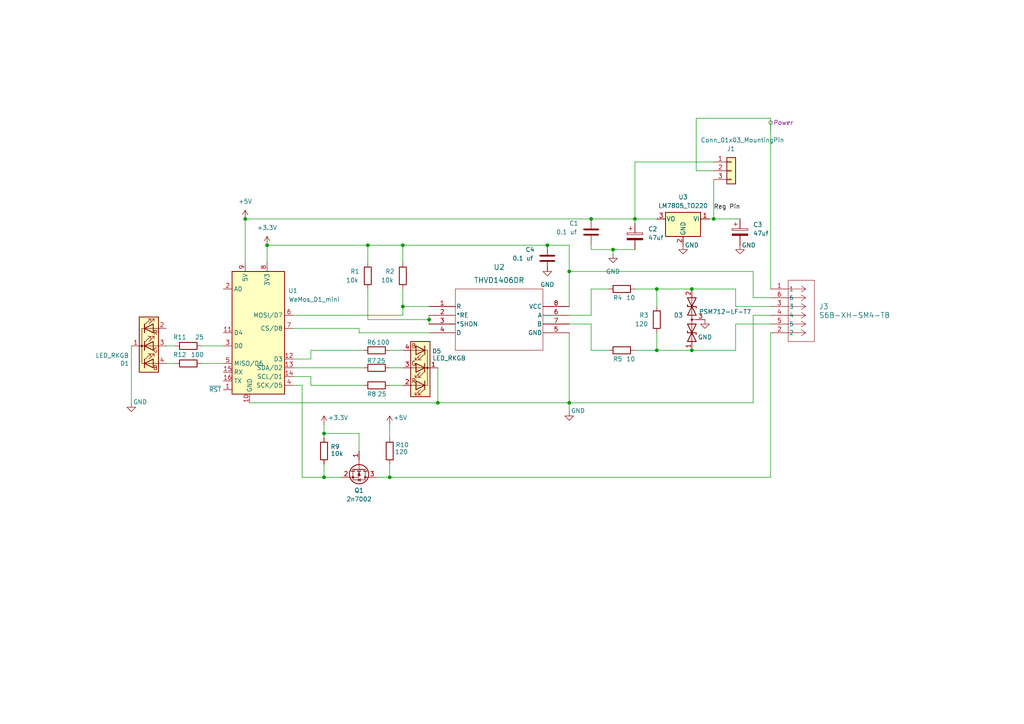
<source format=kicad_sch>
(kicad_sch (version 20231120) (generator "eeschema") (generator_version "8.0")
  (paper "A4")
  (lib_symbols
    (symbol "2025-01-31_21-26-30:THVD1406DR" (pin_names (offset 0.254))
      (property "Reference" "U2" (at 20.32 11.43 0))
      (property "Value" "THVD1406DR" (at 20.32 7.62 0))
      (symbol "THVD1406DR_0_1"
        (polyline (pts (xy 7.62 -12.7) (xy 33.02 -12.7)) (stroke (width 0.127)))
        (polyline (pts (xy 7.62 5.08) (xy 7.62 -12.7)) (stroke (width 0.127)))
        (polyline (pts (xy 33.02 -12.7) (xy 33.02 5.08)) (stroke (width 0.127)))
        (polyline (pts (xy 33.02 5.08) (xy 7.62 5.08)) (stroke (width 0.127)))
        (pin output line (at 0 0 0) (length 7.62) (name "R") (number "1"))
        (pin input line (at 0 -2.54 0) (length 7.62) (name "*RE") (number "2"))
        (pin input line (at 0 -5.08 0) (length 7.62) (name "*SHDN") (number "3"))
        (pin input line (at 0 -7.62 0) (length 7.62) (name "D") (number "4"))
        (pin power_out line (at 40.64 -7.62 180) (length 7.62) (name "GND") (number "5"))
        (pin bidirectional line (at 40.64 -2.54 180) (length 7.62) (name "A") (number "6"))
        (pin bidirectional line (at 40.64 -5.08 180) (length 7.62) (name "B") (number "7"))
        (pin power_in line (at 40.64 0 180) (length 7.62) (name "VCC") (number "8"))
      )
    )
    (symbol "Connector_Generic_MountingPin:Conn_01x03_MountingPin" (pin_names (offset 1.016) hide)
      (property "Reference" "J1" (at -1.27 6.35 0))
      (property "Value" "Conn_01x03_MountingPin" (at -8.89 8.89 0))
      (symbol "Conn_01x03_MountingPin_1_1"
        (rectangle (start -1.27 -2.413) (end 0 -2.667) (stroke (width 0.1524)))
        (rectangle (start -1.27 0.127) (end 0 -0.127) (stroke (width 0.1524)))
        (rectangle (start -1.27 2.667) (end 0 2.413) (stroke (width 0.1524)))
        (rectangle (start -1.27 3.81) (end 1.27 -3.81) (stroke (width 0.254)) (fill (type background)))
        (pin passive line (at -5.08 2.54 0) (length 3.81) (name "Pin_1") (number "1"))
        (pin passive line (at -5.08 0 0) (length 3.81) (name "Pin_2") (number "2"))
        (pin passive line (at -5.08 -2.54 0) (length 3.81) (name "Pin_3") (number "3"))
      )
    )
    (symbol "Device:C" (pin_numbers hide) (pin_names (offset 0.254))
      (property "Reference" "C" (at 0.635 2.54 0))
      (property "Value" "C" (at 0.635 -2.54 0))
      (symbol "C_0_1"
        (polyline (pts (xy -2.032 -0.762) (xy 2.032 -0.762)) (stroke (width 0.508)))
        (polyline (pts (xy -2.032 0.762) (xy 2.032 0.762)) (stroke (width 0.508)))
      )
      (symbol "C_1_1"
        (pin passive line (at 0 3.81 270) (length 2.794) (name "~") (number "1"))
        (pin passive line (at 0 -3.81 90) (length 2.794) (name "~") (number "2"))
      )
    )
    (symbol "Device:C_Polarized" (pin_numbers hide) (pin_names (offset 0.254))
      (property "Reference" "C" (at 0.635 2.54 0))
      (property "Value" "C_Polarized" (at 0.635 -2.54 0))
      (symbol "C_Polarized_0_1"
        (rectangle (start -2.286 0.508) (end 2.286 1.016))
        (polyline (pts (xy -1.778 2.286) (xy -0.762 2.286)))
        (polyline (pts (xy -1.27 2.794) (xy -1.27 1.778)))
        (rectangle (start 2.286 -0.508) (end -2.286 -1.016) (fill (type outline)))
      )
      (symbol "C_Polarized_1_1"
        (pin passive line (at 0 3.81 270) (length 2.794) (name "~") (number "1"))
        (pin passive line (at 0 -3.81 90) (length 2.794) (name "~") (number "2"))
      )
    )
    (symbol "Device:D_TVS_Dual_AAC" (pin_names (offset 1.016) hide)
      (property "Reference" "D" (at 0 4.445 0))
      (property "Value" "D_TVS_Dual_AAC" (at 0 2.54 0))
      (symbol "D_TVS_Dual_AAC_0_0"
        (polyline (pts (xy 0 -1.27) (xy 0 0)))
      )
      (symbol "D_TVS_Dual_AAC_0_1"
        (polyline (pts (xy -6.35 0) (xy 6.35 0)))
        (polyline (pts (xy -3.302 1.27) (xy -3.81 1.27) (xy -3.81 -1.27) (xy -4.318 -1.27)) (stroke (width 0.254)))
        (polyline (pts (xy 4.318 1.27) (xy 3.81 1.27) (xy 3.81 -1.27) (xy 3.302 -1.27)) (stroke (width 0.254)))
        (polyline (pts (xy -6.35 1.27) (xy -1.27 -1.27) (xy -1.27 1.27) (xy -6.35 -1.27) (xy -6.35 1.27)) (stroke (width 0.254)))
        (polyline (pts (xy 6.35 1.27) (xy 1.27 -1.27) (xy 1.27 1.27) (xy 6.35 -1.27) (xy 6.35 1.27)) (stroke (width 0.254)))
        (circle (center 0 0) (radius 0.254) (fill (type outline)))
      )
      (symbol "D_TVS_Dual_AAC_1_1"
        (pin passive line (at -8.89 0 0) (length 2.54) (name "A1") (number "1"))
        (pin passive line (at 8.89 0 180) (length 2.54) (name "A2") (number "2"))
        (pin input line (at 0 -3.81 90) (length 2.54) (name "common") (number "3"))
      )
    )
    (symbol "Device:LED_RKGB" (pin_names (offset 0) hide)
      (property "Reference" "D1" (at -8.382 -5.08 0))
      (property "Value" "LED_RKGB" (at -15.494 -2.794 0))
      (symbol "LED_RKGB_0_0"
        (text "B" (at 1.905 -6.35 0) (effects (font (size 1.27 1.27))))
        (text "G" (at 1.905 -1.27 0) (effects (font (size 1.27 1.27))))
        (text "R" (at 1.905 3.81 0) (effects (font (size 1.27 1.27))))
      )
      (symbol "LED_RKGB_0_1"
        (circle (center -2.032 0) (radius 0.254) (fill (type outline)))
        (polyline (pts (xy -1.27 -5.08) (xy 1.27 -5.08)))
        (polyline (pts (xy -1.27 -3.81) (xy -1.27 -6.35)) (stroke (width 0.254)))
        (polyline (pts (xy -1.27 0) (xy -2.54 0)))
        (polyline (pts (xy -1.27 1.27) (xy -1.27 -1.27)) (stroke (width 0.254)))
        (polyline (pts (xy -1.27 5.08) (xy 1.27 5.08)))
        (polyline (pts (xy -1.27 6.35) (xy -1.27 3.81)) (stroke (width 0.254)))
        (polyline (pts (xy 1.27 -5.08) (xy 2.54 -5.08)))
        (polyline (pts (xy 1.27 0) (xy -1.27 0)))
        (polyline (pts (xy 1.27 0) (xy 2.54 0)))
        (polyline (pts (xy 1.27 5.08) (xy 2.54 5.08)))
        (polyline (pts (xy -1.27 1.27) (xy -1.27 -1.27) (xy -1.27 -1.27)))
        (polyline (pts (xy -1.27 6.35) (xy -1.27 3.81) (xy -1.27 3.81)))
        (polyline (pts (xy -1.27 5.08) (xy -2.032 5.08) (xy -2.032 -5.08) (xy -1.016 -5.08)))
        (polyline (pts (xy 1.27 -3.81) (xy 1.27 -6.35) (xy -1.27 -5.08) (xy 1.27 -3.81)) (stroke (width 0.254)))
        (polyline (pts (xy 1.27 1.27) (xy 1.27 -1.27) (xy -1.27 0) (xy 1.27 1.27)) (stroke (width 0.254)))
        (polyline (pts (xy 1.27 6.35) (xy 1.27 3.81) (xy -1.27 5.08) (xy 1.27 6.35)) (stroke (width 0.254)))
        (polyline (pts (xy -1.016 -3.81) (xy 0.508 -2.286) (xy -0.254 -2.286) (xy 0.508 -2.286) (xy 0.508 -3.048)))
        (polyline (pts (xy -1.016 1.27) (xy 0.508 2.794) (xy -0.254 2.794) (xy 0.508 2.794) (xy 0.508 2.032)))
        (polyline (pts (xy -1.016 6.35) (xy 0.508 7.874) (xy -0.254 7.874) (xy 0.508 7.874) (xy 0.508 7.112)))
        (polyline (pts (xy 0 -3.81) (xy 1.524 -2.286) (xy 0.762 -2.286) (xy 1.524 -2.286) (xy 1.524 -3.048)))
        (polyline (pts (xy 0 1.27) (xy 1.524 2.794) (xy 0.762 2.794) (xy 1.524 2.794) (xy 1.524 2.032)))
        (polyline (pts (xy 0 6.35) (xy 1.524 7.874) (xy 0.762 7.874) (xy 1.524 7.874) (xy 1.524 7.112)))
        (rectangle (start 1.27 -1.27) (end 1.27 1.27))
        (rectangle (start 1.27 1.27) (end 1.27 1.27))
        (rectangle (start 1.27 3.81) (end 1.27 6.35))
        (rectangle (start 1.27 6.35) (end 1.27 6.35))
        (rectangle (start 2.794 8.382) (end -2.794 -7.62) (stroke (width 0.254)) (fill (type background)))
      )
      (symbol "LED_RKGB_1_1"
        (pin passive line (at -5.08 0 0) (length 2.54) (name "RA") (number "1"))
        (pin passive line (at 5.08 5.08 180) (length 2.54) (name "B") (number "2"))
        (pin passive line (at 5.08 0 180) (length 2.54) (name "G") (number "3"))
        (pin passive line (at 5.08 -5.08 180) (length 2.54) (name "R") (number "4"))
      )
    )
    (symbol "Device:R" (pin_numbers hide) (pin_names (offset 0))
      (property "Reference" "R" (at 2.032 0 90))
      (property "Value" "R" (at 0 0 90))
      (symbol "R_0_1"
        (rectangle (start -1.016 -2.54) (end 1.016 2.54) (stroke (width 0.254)))
      )
      (symbol "R_1_1"
        (pin passive line (at 0 3.81 270) (length 1.27) (name "~") (number "1"))
        (pin passive line (at 0 -3.81 90) (length 1.27) (name "~") (number "2"))
      )
    )
    (symbol "LED_RKGB_1" (pin_names (offset 0) hide)
      (property "Reference" "D5" (at -6.096 -4.826 0))
      (property "Value" "LED_RKGB" (at -13.208 -2.794 0))
      (symbol "LED_RKGB_1_0_0"
        (text "B" (at 1.905 -6.35 0) (effects (font (size 1.27 1.27))))
        (text "G" (at 1.905 -1.27 0) (effects (font (size 1.27 1.27))))
        (text "R" (at 1.905 3.81 0) (effects (font (size 1.27 1.27))))
      )
      (symbol "LED_RKGB_1_0_1"
        (circle (center -2.032 0) (radius 0.254) (fill (type outline)))
        (polyline (pts (xy -1.27 -5.08) (xy 1.27 -5.08)))
        (polyline (pts (xy -1.27 -3.81) (xy -1.27 -6.35)) (stroke (width 0.254)))
        (polyline (pts (xy -1.27 0) (xy -2.54 0)))
        (polyline (pts (xy -1.27 1.27) (xy -1.27 -1.27)) (stroke (width 0.254)))
        (polyline (pts (xy -1.27 5.08) (xy 1.27 5.08)))
        (polyline (pts (xy -1.27 6.35) (xy -1.27 3.81)) (stroke (width 0.254)))
        (polyline (pts (xy 1.27 -5.08) (xy 2.54 -5.08)))
        (polyline (pts (xy 1.27 0) (xy -1.27 0)))
        (polyline (pts (xy 1.27 0) (xy 2.54 0)))
        (polyline (pts (xy 1.27 5.08) (xy 2.54 5.08)))
        (polyline (pts (xy -1.27 1.27) (xy -1.27 -1.27) (xy -1.27 -1.27)))
        (polyline (pts (xy -1.27 6.35) (xy -1.27 3.81) (xy -1.27 3.81)))
        (polyline (pts (xy -1.27 5.08) (xy -2.032 5.08) (xy -2.032 -5.08) (xy -1.016 -5.08)))
        (polyline (pts (xy 1.27 -3.81) (xy 1.27 -6.35) (xy -1.27 -5.08) (xy 1.27 -3.81)) (stroke (width 0.254)))
        (polyline (pts (xy 1.27 1.27) (xy 1.27 -1.27) (xy -1.27 0) (xy 1.27 1.27)) (stroke (width 0.254)))
        (polyline (pts (xy 1.27 6.35) (xy 1.27 3.81) (xy -1.27 5.08) (xy 1.27 6.35)) (stroke (width 0.254)))
        (polyline (pts (xy -1.016 -3.81) (xy 0.508 -2.286) (xy -0.254 -2.286) (xy 0.508 -2.286) (xy 0.508 -3.048)))
        (polyline (pts (xy -1.016 1.27) (xy 0.508 2.794) (xy -0.254 2.794) (xy 0.508 2.794) (xy 0.508 2.032)))
        (polyline (pts (xy -1.016 6.35) (xy 0.508 7.874) (xy -0.254 7.874) (xy 0.508 7.874) (xy 0.508 7.112)))
        (polyline (pts (xy 0 -3.81) (xy 1.524 -2.286) (xy 0.762 -2.286) (xy 1.524 -2.286) (xy 1.524 -3.048)))
        (polyline (pts (xy 0 1.27) (xy 1.524 2.794) (xy 0.762 2.794) (xy 1.524 2.794) (xy 1.524 2.032)))
        (polyline (pts (xy 0 6.35) (xy 1.524 7.874) (xy 0.762 7.874) (xy 1.524 7.874) (xy 1.524 7.112)))
        (rectangle (start 1.27 -1.27) (end 1.27 1.27))
        (rectangle (start 1.27 1.27) (end 1.27 1.27))
        (rectangle (start 1.27 3.81) (end 1.27 6.35))
        (rectangle (start 1.27 6.35) (end 1.27 6.35))
        (rectangle (start 2.794 8.382) (end -2.794 -7.62) (stroke (width 0.254)) (fill (type background)))
      )
      (symbol "LED_RKGB_1_1_1"
        (pin passive line (at -5.08 0 0) (length 2.54) (name "Cathode") (number "1"))
        (pin passive line (at 5.08 5.08 180) (length 2.54) (name "B") (number "2"))
        (pin passive line (at 5.08 0 180) (length 2.54) (name "G") (number "3"))
        (pin passive line (at 5.08 -5.08 180) (length 2.54) (name "R") (number "4"))
      )
    )
    (symbol "MCU_Module:WeMos_D1_mini"
      (property "Reference" "U1" (at -11.43 12.192 0))
      (property "Value" "WeMos_D1_mini" (at -23.622 9.652 0))
      (symbol "WeMos_D1_mini_1_1"
        (rectangle (start -7.62 17.78) (end 7.62 -17.78) (stroke (width 0.254)) (fill (type background)))
        (pin input line (at 7.62 -16.51 0) (length 2.54) (name "~{RST}") (number "1"))
        (pin power_in line (at 2.54 -20.32 90) (length 2.54) (name "GND") (number "10"))
        (pin bidirectional line (at 10.16 0 180) (length 2.54) (name "D4") (number "11"))
        (pin bidirectional line (at -10.16 -7.62 0) (length 2.54) (name "D3") (number "12"))
        (pin bidirectional line (at -10.16 -10.16 0) (length 2.54) (name "SDA/D2") (number "13"))
        (pin bidirectional line (at -10.16 -12.7 0) (length 2.54) (name "SCL/D1") (number "14"))
        (pin input line (at 10.16 -11.43 180) (length 2.54) (name "RX") (number "15"))
        (pin output line (at 10.16 -13.97 180) (length 2.54) (name "TX") (number "16"))
        (pin input line (at 10.16 12.7 180) (length 2.54) (name "A0") (number "2"))
        (pin bidirectional line (at 10.16 -3.81 180) (length 2.54) (name "D0") (number "3"))
        (pin bidirectional line (at -10.16 -15.24 0) (length 2.54) (name "SCK/D5") (number "4"))
        (pin bidirectional line (at 10.16 -8.89 180) (length 2.54) (name "MISO/D6") (number "5"))
        (pin bidirectional line (at -10.16 5.08 0) (length 2.54) (name "MOSI/D7") (number "6"))
        (pin bidirectional line (at -10.16 1.27 0) (length 2.54) (name "CS/D8") (number "7"))
        (pin power_out line (at -2.54 20.32 270) (length 2.54) (name "3V3") (number "8"))
        (pin power_in line (at 3.81 20.32 270) (length 2.54) (name "5V") (number "9"))
      )
    )
    (symbol "Regulator_Linear:LM7805_TO220" (pin_names (offset 0.254))
      (property "Reference" "U" (at -3.81 3.175 0))
      (property "Value" "LM7805_TO220" (at 0 3.175 0))
      (symbol "LM7805_TO220_0_1"
        (rectangle (start -5.08 1.905) (end 5.08 -5.08) (stroke (width 0.254)) (fill (type background)))
      )
      (symbol "LM7805_TO220_1_1"
        (pin power_in line (at -7.62 0 0) (length 2.54) (name "VI") (number "1"))
        (pin power_in line (at 0 -7.62 90) (length 2.54) (name "GND") (number "2"))
        (pin power_out line (at 7.62 0 180) (length 2.54) (name "VO") (number "3"))
      )
    )
    (symbol "S6B-XH-SM4-TB_1" (pin_names (offset 0.254))
      (property "Reference" "J3" (at 13.97 -5.0799 0))
      (property "Value" "S6B-XH-SM4-TB" (at 13.97 -7.6199 0))
      (symbol "S6B-XH-SM4-TB_1_1_1"
        (polyline (pts (xy 5.08 -15.24) (xy 12.7 -15.24)) (stroke (width 0.127)))
        (polyline (pts (xy 5.08 2.54) (xy 5.08 -15.24)) (stroke (width 0.127)))
        (polyline (pts (xy 10.16 -12.7) (xy 5.08 -12.7)) (stroke (width 0.127)))
        (polyline (pts (xy 10.16 -12.7) (xy 8.89 -13.5467)) (stroke (width 0.127)))
        (polyline (pts (xy 10.16 -12.7) (xy 8.89 -11.8533)) (stroke (width 0.127)))
        (polyline (pts (xy 10.16 -10.16) (xy 5.08 -10.16)) (stroke (width 0.127)))
        (polyline (pts (xy 10.16 -10.16) (xy 8.89 -11.0067)) (stroke (width 0.127)))
        (polyline (pts (xy 10.16 -10.16) (xy 8.89 -9.3133)) (stroke (width 0.127)))
        (polyline (pts (xy 10.16 -7.62) (xy 5.08 -7.62)) (stroke (width 0.127)))
        (polyline (pts (xy 10.16 -7.62) (xy 8.89 -8.4667)) (stroke (width 0.127)))
        (polyline (pts (xy 10.16 -7.62) (xy 8.89 -6.7733)) (stroke (width 0.127)))
        (polyline (pts (xy 10.16 -5.08) (xy 5.08 -5.08)) (stroke (width 0.127)))
        (polyline (pts (xy 10.16 -5.08) (xy 8.89 -5.9267)) (stroke (width 0.127)))
        (polyline (pts (xy 10.16 -5.08) (xy 8.89 -4.2333)) (stroke (width 0.127)))
        (polyline (pts (xy 10.16 -2.54) (xy 5.08 -2.54)) (stroke (width 0.127)))
        (polyline (pts (xy 10.16 -2.54) (xy 8.89 -3.3867)) (stroke (width 0.127)))
        (polyline (pts (xy 10.16 -2.54) (xy 8.89 -1.6933)) (stroke (width 0.127)))
        (polyline (pts (xy 10.16 0) (xy 5.08 0)) (stroke (width 0.127)))
        (polyline (pts (xy 10.16 0) (xy 8.89 -0.8467)) (stroke (width 0.127)))
        (polyline (pts (xy 10.16 0) (xy 8.89 0.8467)) (stroke (width 0.127)))
        (polyline (pts (xy 12.7 -15.24) (xy 12.7 2.54)) (stroke (width 0.127)))
        (polyline (pts (xy 12.7 2.54) (xy 5.08 2.54)) (stroke (width 0.127)))
        (pin unspecified line (at 0 0 0) (length 5.08) (name "1") (number "1"))
        (pin unspecified line (at 0 -12.7 0) (length 5.08) (name "2") (number "2"))
        (pin unspecified line (at 0 -5.08 0) (length 5.08) (name "3") (number "3"))
        (pin unspecified line (at 0 -7.62 0) (length 5.08) (name "4") (number "4"))
        (pin unspecified line (at 0 -10.16 0) (length 5.08) (name "5") (number "5"))
        (pin unspecified line (at 0 -2.54 0) (length 5.08) (name "6") (number "6"))
      )
      (symbol "S6B-XH-SM4-TB_1_1_2"
        (polyline (pts (xy 5.08 -15.24) (xy 12.7 -15.24)) (stroke (width 0.127)))
        (polyline (pts (xy 5.08 2.54) (xy 5.08 -15.24)) (stroke (width 0.127)))
        (polyline (pts (xy 7.62 -12.7) (xy 5.08 -12.7)) (stroke (width 0.127)))
        (polyline (pts (xy 7.62 -12.7) (xy 8.89 -13.5467)) (stroke (width 0.127)))
        (polyline (pts (xy 7.62 -12.7) (xy 8.89 -11.8533)) (stroke (width 0.127)))
        (polyline (pts (xy 7.62 -10.16) (xy 5.08 -10.16)) (stroke (width 0.127)))
        (polyline (pts (xy 7.62 -10.16) (xy 8.89 -11.0067)) (stroke (width 0.127)))
        (polyline (pts (xy 7.62 -10.16) (xy 8.89 -9.3133)) (stroke (width 0.127)))
        (polyline (pts (xy 7.62 -7.62) (xy 5.08 -7.62)) (stroke (width 0.127)))
        (polyline (pts (xy 7.62 -7.62) (xy 8.89 -8.4667)) (stroke (width 0.127)))
        (polyline (pts (xy 7.62 -7.62) (xy 8.89 -6.7733)) (stroke (width 0.127)))
        (polyline (pts (xy 7.62 -5.08) (xy 5.08 -5.08)) (stroke (width 0.127)))
        (polyline (pts (xy 7.62 -5.08) (xy 8.89 -5.9267)) (stroke (width 0.127)))
        (polyline (pts (xy 7.62 -5.08) (xy 8.89 -4.2333)) (stroke (width 0.127)))
        (polyline (pts (xy 7.62 -2.54) (xy 5.08 -2.54)) (stroke (width 0.127)))
        (polyline (pts (xy 7.62 -2.54) (xy 8.89 -3.3867)) (stroke (width 0.127)))
        (polyline (pts (xy 7.62 -2.54) (xy 8.89 -1.6933)) (stroke (width 0.127)))
        (polyline (pts (xy 7.62 0) (xy 5.08 0)) (stroke (width 0.127)))
        (polyline (pts (xy 7.62 0) (xy 8.89 -0.8467)) (stroke (width 0.127)))
        (polyline (pts (xy 7.62 0) (xy 8.89 0.8467)) (stroke (width 0.127)))
        (polyline (pts (xy 12.7 -15.24) (xy 12.7 2.54)) (stroke (width 0.127)))
        (polyline (pts (xy 12.7 2.54) (xy 5.08 2.54)) (stroke (width 0.127)))
        (pin unspecified line (at 0 0 0) (length 5.08) (name "1") (number "1"))
        (pin unspecified line (at 0 -2.54 0) (length 5.08) (name "2") (number "2"))
        (pin unspecified line (at 0 -5.08 0) (length 5.08) (name "3") (number "3"))
        (pin unspecified line (at 0 -7.62 0) (length 5.08) (name "4") (number "4"))
        (pin unspecified line (at 0 -10.16 0) (length 5.08) (name "5") (number "5"))
        (pin unspecified line (at 0 -12.7 0) (length 5.08) (name "6") (number "6"))
      )
    )
    (symbol "Transistor_FET:2N7002" (pin_names hide)
      (property "Reference" "Q" (at 5.08 1.905 0))
      (property "Value" "2N7002" (at 5.08 0 0))
      (symbol "2N7002_0_1"
        (polyline (pts (xy 0.254 0) (xy -2.54 0)))
        (polyline (pts (xy 0.254 1.905) (xy 0.254 -1.905)) (stroke (width 0.254)))
        (polyline (pts (xy 0.762 -1.27) (xy 0.762 -2.286)) (stroke (width 0.254)))
        (polyline (pts (xy 0.762 0.508) (xy 0.762 -0.508)) (stroke (width 0.254)))
        (polyline (pts (xy 0.762 2.286) (xy 0.762 1.27)) (stroke (width 0.254)))
        (polyline (pts (xy 2.54 2.54) (xy 2.54 1.778)))
        (polyline (pts (xy 2.54 -2.54) (xy 2.54 0) (xy 0.762 0)))
        (polyline (pts (xy 0.762 -1.778) (xy 3.302 -1.778) (xy 3.302 1.778) (xy 0.762 1.778)))
        (polyline (pts (xy 1.016 0) (xy 2.032 0.381) (xy 2.032 -0.381) (xy 1.016 0)) (fill (type outline)))
        (polyline (pts (xy 2.794 0.508) (xy 2.921 0.381) (xy 3.683 0.381) (xy 3.81 0.254)))
        (polyline (pts (xy 3.302 0.381) (xy 2.921 -0.254) (xy 3.683 -0.254) (xy 3.302 0.381)))
        (circle (center 1.651 0) (radius 2.794) (stroke (width 0.254)))
        (circle (center 2.54 -1.778) (radius 0.254) (fill (type outline)))
        (circle (center 2.54 1.778) (radius 0.254) (fill (type outline)))
      )
      (symbol "2N7002_1_1"
        (pin input line (at -5.08 0 0) (length 2.54) (name "G") (number "1"))
        (pin passive line (at 2.54 -5.08 90) (length 2.54) (name "S") (number "2"))
        (pin passive line (at 2.54 5.08 270) (length 2.54) (name "D") (number "3"))
      )
    )
    (symbol "power:+3.3V" (power) (pin_names (offset 0))
      (property "Value" "+3.3V" (at 0 3.556 0))
      (symbol "+3.3V_0_1"
        (polyline (pts (xy -0.762 1.27) (xy 0 2.54)))
        (polyline (pts (xy 0 0) (xy 0 2.54)))
        (polyline (pts (xy 0 2.54) (xy 0.762 1.27)))
      )
      (symbol "+3.3V_1_1"
        (pin power_in line (at 0 0 90) (length 0) hide (name "+3.3V") (number "1"))
      )
    )
    (symbol "power:+5V" (power) (pin_names (offset 0))
      (property "Value" "+5V" (at 0 3.556 0))
      (symbol "+5V_0_1"
        (polyline (pts (xy -0.762 1.27) (xy 0 2.54)))
        (polyline (pts (xy 0 0) (xy 0 2.54)))
        (polyline (pts (xy 0 2.54) (xy 0.762 1.27)))
      )
      (symbol "+5V_1_1"
        (pin power_in line (at 0 0 90) (length 0) hide (name "+5V") (number "1"))
      )
    )
    (symbol "power:GND" (power) (pin_names (offset 0))
      (property "Value" "GND" (at 0 -3.81 0))
      (symbol "GND_0_1"
        (polyline (pts (xy 0 0) (xy 0 -1.27) (xy 1.27 -1.27) (xy 0 -2.54) (xy -1.27 -1.27) (xy 0 -1.27)))
      )
      (symbol "GND_1_1"
        (pin power_in line (at 0 0 270) (length 0) hide (name "GND") (number "1"))
      )
    )
  )
  (junction (at 165.1 116.84))
  (junction (at 124.46 92.71))
  (junction (at 106.68 71.12))
  (junction (at 184.15 63.5))
  (junction (at 93.98 125.73))
  (junction (at 113.03 138.43))
  (junction (at 71.12 63.5))
  (junction (at 93.98 138.43))
  (junction (at 127 116.84))
  (junction (at 116.84 88.9))
  (junction (at 165.1 78.74))
  (junction (at 116.84 71.12))
  (junction (at 190.5 101.6))
  (junction (at 171.45 63.5))
  (junction (at 190.5 83.82))
  (junction (at 77.47 71.12))
  (junction (at 200.66 101.6))
  (junction (at 200.66 83.82))
  (junction (at 158.75 71.12))
  (junction (at 177.8 72.39))
  (junction (at 207.01 63.5))
  (wire (pts (xy 93.98 138.43) (xy 99.06 138.43)))
  (wire (pts (xy 124.46 92.71) (xy 124.46 93.98)))
  (wire (pts (xy 218.44 91.44) (xy 218.44 116.84)))
  (wire (pts (xy 213.36 93.98) (xy 223.52 93.98)))
  (wire (pts (xy 127 116.84) (xy 165.1 116.84)))
  (wire (pts (xy 171.45 83.82) (xy 171.45 91.44)))
  (wire (pts (xy 171.45 101.6) (xy 176.53 101.6)))
  (wire (pts (xy 218.44 78.74) (xy 165.1 78.74)))
  (wire (pts (xy 171.45 83.82) (xy 176.53 83.82)))
  (wire (pts (xy 165.1 91.44) (xy 171.45 91.44)))
  (wire (pts (xy 106.68 83.82) (xy 106.68 92.71)))
  (wire (pts (xy 190.5 101.6) (xy 200.66 101.6)))
  (wire (pts (xy 124.46 91.44) (xy 124.46 92.71)))
  (wire (pts (xy 90.17 101.6) (xy 105.41 101.6)))
  (wire (pts (xy 177.8 72.39) (xy 184.15 72.39)))
  (wire (pts (xy 165.1 71.12) (xy 158.75 71.12)))
  (wire (pts (xy 113.03 138.43) (xy 223.52 138.43)))
  (wire (pts (xy 184.15 83.82) (xy 190.5 83.82)))
  (wire (pts (xy 116.84 71.12) (xy 106.68 71.12)))
  (wire (pts (xy 171.45 72.39) (xy 171.45 71.12)))
  (wire (pts (xy 158.75 77.47) (xy 158.75 78.74)))
  (wire (pts (xy 171.45 63.5) (xy 184.15 63.5)))
  (wire (pts (xy 165.1 96.52) (xy 165.1 116.84)))
  (wire (pts (xy 165.1 88.9) (xy 165.1 78.74)))
  (wire (pts (xy 113.03 106.68) (xy 116.84 106.68)))
  (wire (pts (xy 218.44 116.84) (xy 165.1 116.84)))
  (wire (pts (xy 93.98 125.73) (xy 93.98 127)))
  (wire (pts (xy 113.03 101.6) (xy 116.84 101.6)))
  (wire (pts (xy 90.17 109.22) (xy 90.17 111.76)))
  (wire (pts (xy 177.8 73.66) (xy 177.8 72.39)))
  (wire (pts (xy 207.01 52.07) (xy 207.01 63.5)))
  (wire (pts (xy 38.1 100.33) (xy 38.1 116.84)))
  (wire (pts (xy 171.45 72.39) (xy 177.8 72.39)))
  (wire (pts (xy 85.09 91.44) (xy 116.84 91.44)))
  (wire (pts (xy 190.5 96.52) (xy 190.5 101.6)))
  (wire (pts (xy 85.09 106.68) (xy 105.41 106.68)))
  (wire (pts (xy 72.39 116.84) (xy 127 116.84)))
  (wire (pts (xy 165.1 119.38) (xy 165.1 116.84)))
  (wire (pts (xy 201.93 49.53) (xy 201.93 34.29)))
  (wire (pts (xy 87.63 111.76) (xy 87.63 138.43)))
  (wire (pts (xy 93.98 138.43) (xy 93.98 134.62)))
  (wire (pts (xy 127 106.68) (xy 127 116.84)))
  (wire (pts (xy 109.22 138.43) (xy 113.03 138.43)))
  (wire (pts (xy 116.84 71.12) (xy 116.84 76.2)))
  (wire (pts (xy 104.14 96.52) (xy 124.46 96.52)))
  (wire (pts (xy 77.47 71.12) (xy 77.47 76.2)))
  (wire (pts (xy 90.17 111.76) (xy 105.41 111.76)))
  (wire (pts (xy 223.52 138.43) (xy 223.52 96.52)))
  (wire (pts (xy 106.68 71.12) (xy 106.68 76.2)))
  (wire (pts (xy 201.93 34.29) (xy 223.52 34.29)))
  (wire (pts (xy 106.68 92.71) (xy 124.46 92.71)))
  (wire (pts (xy 48.26 100.33) (xy 50.8 100.33)))
  (wire (pts (xy 106.68 71.12) (xy 77.47 71.12)))
  (wire (pts (xy 223.52 88.9) (xy 213.36 88.9)))
  (wire (pts (xy 58.42 105.41) (xy 64.77 105.41)))
  (wire (pts (xy 207.01 46.99) (xy 184.15 46.99)))
  (wire (pts (xy 218.44 86.36) (xy 218.44 78.74)))
  (wire (pts (xy 165.1 93.98) (xy 171.45 93.98)))
  (wire (pts (xy 213.36 83.82) (xy 213.36 88.9)))
  (wire (pts (xy 213.36 93.98) (xy 213.36 101.6)))
  (wire (pts (xy 207.01 63.5) (xy 214.63 63.5)))
  (wire (pts (xy 85.09 95.25) (xy 104.14 95.25)))
  (wire (pts (xy 87.63 138.43) (xy 93.98 138.43)))
  (wire (pts (xy 184.15 101.6) (xy 190.5 101.6)))
  (wire (pts (xy 165.1 78.74) (xy 165.1 71.12)))
  (wire (pts (xy 223.52 34.29) (xy 223.52 83.82)))
  (wire (pts (xy 184.15 46.99) (xy 184.15 63.5)))
  (wire (pts (xy 113.03 138.43) (xy 113.03 134.62)))
  (wire (pts (xy 218.44 91.44) (xy 223.52 91.44)))
  (wire (pts (xy 85.09 104.14) (xy 90.17 104.14)))
  (wire (pts (xy 71.12 63.5) (xy 171.45 63.5)))
  (wire (pts (xy 85.09 109.22) (xy 90.17 109.22)))
  (wire (pts (xy 90.17 104.14) (xy 90.17 101.6)))
  (wire (pts (xy 207.01 49.53) (xy 201.93 49.53)))
  (wire (pts (xy 184.15 63.5) (xy 190.5 63.5)))
  (wire (pts (xy 205.74 63.5) (xy 207.01 63.5)))
  (wire (pts (xy 116.84 91.44) (xy 116.84 88.9)))
  (wire (pts (xy 190.5 83.82) (xy 190.5 88.9)))
  (wire (pts (xy 93.98 125.73) (xy 93.98 123.19)))
  (wire (pts (xy 184.15 63.5) (xy 184.15 64.77)))
  (wire (pts (xy 104.14 130.81) (xy 104.14 125.73)))
  (wire (pts (xy 158.75 71.12) (xy 116.84 71.12)))
  (wire (pts (xy 48.26 105.41) (xy 50.8 105.41)))
  (wire (pts (xy 104.14 95.25) (xy 104.14 96.52)))
  (wire (pts (xy 71.12 76.2) (xy 71.12 63.5)))
  (wire (pts (xy 200.66 83.82) (xy 213.36 83.82)))
  (wire (pts (xy 116.84 83.82) (xy 116.84 88.9)))
  (wire (pts (xy 58.42 100.33) (xy 64.77 100.33)))
  (wire (pts (xy 116.84 88.9) (xy 124.46 88.9)))
  (wire (pts (xy 113.03 111.76) (xy 116.84 111.76)))
  (wire (pts (xy 223.52 86.36) (xy 218.44 86.36)))
  (wire (pts (xy 213.36 101.6) (xy 200.66 101.6)))
  (wire (pts (xy 87.63 111.76) (xy 85.09 111.76)))
  (wire (pts (xy 171.45 101.6) (xy 171.45 93.98)))
  (wire (pts (xy 190.5 83.82) (xy 200.66 83.82)))
  (wire (pts (xy 113.03 123.19) (xy 113.03 127)))
  (wire (pts (xy 93.98 125.73) (xy 104.14 125.73)))
  (label "Reg Pin" (at 207.01 60.96 0))
  (netclass_flag "" (length 2.54) (shape round) (at 223.52 38.1 0) (property "Netclass" "Power" (at 224.2185 35.56 0) (effects (font (italic yes)) (justify left))))
  (symbol (lib_id "power:+5V") (at 113.03 123.19 0) (unit 1)
    (property "Reference" "#PWR03" (effects (hide yes)))
    (property "Value" "+5V" (at 116.078 121.158 0))
  )
  (symbol (lib_id "Device:R") (at 54.61 105.41 90) (unit 1)
    (property "Reference" "R12" (at 54.102 102.87 90) (effects (justify left)))
    (property "Value" "100" (at 59.182 102.87 90) (effects (justify left)))
    (property "Footprint" "Resistor_SMD:R_0805_2012Metric_Pad1.20x1.40mm_HandSolder" (effects (hide yes)))
  )
  (symbol (lib_name "S6B-XH-SM4-TB_1") (lib_id "S6B_XH_SM4_TB:S6B-XH-SM4-TB") (at 223.52 83.82 0) (unit 1)
    (property "Reference" "J3" (at 237.49 88.8999 0) (effects (font (size 1.524 1.524)) (justify left)))
    (property "Value" "S6B-XH-SM4-TB" (at 237.49 91.4399 0) (effects (font (size 1.524 1.524)) (justify left)))
    (property "Footprint" "CONN_S6B-XH-SM4-TB_JST" (effects (hide yes)))
    (property "Datasheet" "S6B-XH-SM4-TB" (effects (hide yes)))
  )
  (symbol (lib_id "power:GND") (at 204.47 92.71 0) (unit 1)
    (property "Reference" "#PWR0104" (effects (hide yes)))
    (property "Value" "GND" (at 204.47 97.79 0))
  )
  (symbol (lib_name "LED_RKGB_1") (lib_id "Device:LED_RKGB") (at 121.92 106.68 180) (unit 1) (in_bom no)
    (property "Reference" "D5" (at 128.016 101.854 0) (effects (justify left)))
    (property "Value" "LED_RKGB" (at 135.128 103.886 0) (effects (justify left)))
    (property "Footprint" "LED-ARRAY-SMD_4P-L1.6-W1.5-BL-FD" (effects (hide yes)))
    (property "Datasheet" "https://jlcpcb.com/api/file/downloadByFileSystemAccessId/8588936616165986304" (effects (hide yes)))
    (property "Description" "RGB LED, red/cathode/green/blue" (effects (hide yes)))
  )
  (symbol (lib_id "2025-01-31_21-26-30:THVD1406DR") (at 124.46 88.9 0) (unit 1)
    (property "Reference" "U2" (at 144.78 77.47 0) (effects (font (size 1.524 1.524))))
    (property "Value" "THVD1406DR" (at 144.78 81.28 0) (effects (font (size 1.524 1.524))))
    (property "Footprint" "SOIC_D0008A_TEX" (effects (hide yes)))
    (property "Datasheet" "THVD1406DR" (effects (hide yes)))
  )
  (symbol (lib_id "Device:R") (at 93.98 130.81 180) (unit 1)
    (property "Reference" "R9" (at 98.552 129.54 0) (effects (justify left)))
    (property "Value" "10k" (at 99.568 131.572 0) (effects (justify left)))
    (property "Footprint" "Resistor_SMD:R_0805_2012Metric_Pad1.20x1.40mm_HandSolder" (effects (hide yes)))
  )
  (symbol (lib_id "power:GND") (at 38.1 116.84 0) (unit 1)
    (property "Reference" "#PWR04" (effects (hide yes)))
    (property "Value" "GND" (at 40.64 116.586 0))
  )
  (symbol (lib_id "Transistor_FET:2N7002") (at 104.14 135.89 270) (unit 1)
    (property "Reference" "Q1" (at 104.14 142.24 90))
    (property "Value" "2n7002" (at 104.14 144.78 90))
    (property "Footprint" "Package_TO_SOT_SMD:SOT-23" (effects (hide yes)))
    (property "Datasheet" "https://www.onsemi.com/pub/Collateral/NDS7002A-D.PDF" (effects (hide yes)))
    (property "Description" "0.115A Id, 60V Vds, N-Channel MOSFET, SOT-23" (effects (hide yes)))
  )
  (symbol (lib_id "Device:R") (at 180.34 83.82 270) (unit 1)
    (property "Reference" "R4" (at 177.8 86.36 90) (effects (justify left)))
    (property "Value" "10" (at 181.61 86.36 90) (effects (justify left)))
    (property "Footprint" "Resistor_SMD:R_0805_2012Metric_Pad1.20x1.40mm_HandSolder" (effects (hide yes)))
  )
  (symbol (lib_id "Device:C_Polarized") (at 184.15 68.58 0) (unit 1)
    (property "Reference" "C2" (at 187.96 66.4209 0) (effects (justify left)))
    (property "Value" "47uf" (at 187.96 68.9609 0) (effects (justify left)))
    (property "Footprint" "Capacitor_Tantalum_SMD:CP_EIA-3216-18_Kemet-A_Pad1.58x1.35mm_HandSolder" (effects (hide yes)))
    (property "JLPCB " "https://jlcpcb.com/parts/2nd/Capacitors/Tantalum_Capacitors_2930" (effects (hide yes)))
  )
  (symbol (lib_id "Device:R") (at 106.68 80.01 0) (unit 1)
    (property "Reference" "R1" (at 101.6 78.74 0) (effects (justify left)))
    (property "Value" "10k" (at 100.33 81.28 0) (effects (justify left)))
    (property "Footprint" "Resistor_SMD:R_0805_2012Metric_Pad1.20x1.40mm_HandSolder" (effects (hide yes)))
  )
  (symbol (lib_id "power:GND") (at 177.8 73.66 0) (unit 1)
    (property "Reference" "#PWR0103" (effects (hide yes)))
    (property "Value" "GND" (at 177.8 78.74 0))
  )
  (symbol (lib_id "power:GND") (at 165.1 119.38 0) (unit 1)
    (property "Reference" "#PWR0105" (effects (hide yes)))
    (property "Value" "GND" (at 167.64 119.126 0))
  )
  (symbol (lib_id "Device:R") (at 190.5 92.71 0) (unit 1)
    (property "Reference" "R3" (at 185.42 91.44 0) (effects (justify left)))
    (property "Value" "120" (at 184.15 93.98 0) (effects (justify left)))
    (property "Footprint" "Resistor_SMD:R_0805_2012Metric_Pad1.20x1.40mm_HandSolder" (effects (hide yes)))
  )
  (symbol (lib_id "power:GND") (at 198.12 71.12 0) (unit 1)
    (property "Reference" "#PWR0106" (effects (hide yes)))
    (property "Value" "GND" (at 200.66 71.12 0))
  )
  (symbol (lib_id "Device:D_TVS_Dual_AAC") (at 200.66 92.71 90) (unit 1)
    (property "Reference" "D3" (at 198.12 91.4399 90) (effects (justify left)))
    (property "Value" "PSM712-LF-T7" (at 217.932 90.424 90) (effects (justify left)))
    (property "Footprint" "Package_TO_SOT_SMD:SOT-23" (effects (hide yes)))
  )
  (symbol (lib_id "power:+5V") (at 71.12 63.5 0) (unit 1)
    (property "Reference" "#PWR0101" (effects (hide yes)))
    (property "Value" "+5V" (at 71.12 58.42 0))
  )
  (symbol (lib_id "power:GND") (at 214.63 71.12 0) (unit 1)
    (property "Reference" "#PWR0107" (effects (hide yes)))
    (property "Value" "GND" (at 217.17 71.12 0))
  )
  (symbol (lib_id "MCU_Module:WeMos_D1_mini") (at 74.93 96.52 0) (mirror y) (unit 1) (in_bom no)
    (property "Reference" "U1" (at 86.36 84.328 0) (effects (justify left)))
    (property "Value" "WeMos_D1_mini" (at 98.552 86.868 0) (effects (justify left)))
    (property "Footprint" "Module:WEMOS_D1_mini_light" (effects (hide yes)))
    (property "Datasheet" "https://wiki.wemos.cc/products:d1:d1_mini#documentation" (effects (hide yes)))
  )
  (symbol (lib_id "power:GND") (at 158.75 77.47 0) (unit 1)
    (property "Reference" "#PWR02" (effects (hide yes)))
    (property "Value" "GND" (at 158.75 82.55 0))
  )
  (symbol (lib_id "Device:R") (at 109.22 101.6 270) (unit 1)
    (property "Reference" "R6" (at 106.426 99.314 90) (effects (justify left)))
    (property "Value" "100" (at 109.22 99.314 90) (effects (justify left)))
    (property "Footprint" "Resistor_SMD:R_0805_2012Metric_Pad1.20x1.40mm_HandSolder" (effects (hide yes)))
  )
  (symbol (lib_id "Device:R") (at 54.61 100.33 90) (unit 1)
    (property "Reference" "R11" (at 54.102 97.79 90) (effects (justify left)))
    (property "Value" "25" (at 59.182 97.79 90) (effects (justify left)))
    (property "Footprint" "Resistor_SMD:R_0805_2012Metric_Pad1.20x1.40mm_HandSolder" (effects (hide yes)))
  )
  (symbol (lib_id "power:+3.3V") (at 77.47 71.12 0) (unit 1)
    (property "Reference" "#PWR0102" (effects (hide yes)))
    (property "Value" "+3.3V" (at 77.47 66.04 0))
  )
  (symbol (lib_id "Device:LED_RKGB") (at 43.18 100.33 0) (unit 1) (in_bom no)
    (property "Reference" "D1" (at 34.798 105.41 0) (effects (justify left)))
    (property "Value" "LED_RKGB" (at 27.686 103.124 0) (effects (justify left)))
    (property "Footprint" "LED-ARRAY-SMD_4P-L1.6-W1.5-BL-FD" (effects (hide yes)))
    (property "Datasheet" "https://jlcpcb.com/api/file/downloadByFileSystemAccessId/8588936616165986304" (effects (hide yes)))
    (property "Description" "RGB LED, red/cathode/green/blue" (effects (hide yes)))
  )
  (symbol (lib_id "Device:R") (at 109.22 111.76 270) (unit 1)
    (property "Reference" "R8" (at 106.426 114.3 90) (effects (justify left)))
    (property "Value" "25" (at 109.474 114.3 90) (effects (justify left)))
    (property "Footprint" "Resistor_SMD:R_0805_2012Metric_Pad1.20x1.40mm_HandSolder" (effects (hide yes)))
  )
  (symbol (lib_id "Device:C") (at 158.75 74.93 0) (unit 1)
    (property "Reference" "C4" (at 152.4 72.39 0) (effects (justify left)))
    (property "Value" "0.1 uf" (at 148.59 74.93 0) (effects (justify left)))
    (property "Footprint" "Capacitor_SMD:C_0805_2012Metric_Pad1.18x1.45mm_HandSolder" (effects (hide yes)))
  )
  (symbol (lib_id "Device:R") (at 116.84 80.01 0) (unit 1)
    (property "Reference" "R2" (at 111.76 78.74 0) (effects (justify left)))
    (property "Value" "10k" (at 110.49 81.28 0) (effects (justify left)))
    (property "Footprint" "Resistor_SMD:R_0805_2012Metric_Pad1.20x1.40mm_HandSolder" (effects (hide yes)))
  )
  (symbol (lib_id "Device:R") (at 109.22 106.68 270) (unit 1)
    (property "Reference" "R7" (at 106.426 104.648 90) (effects (justify left)))
    (property "Value" "25" (at 109.22 104.648 90) (effects (justify left)))
    (property "Footprint" "Resistor_SMD:R_0805_2012Metric_Pad1.20x1.40mm_HandSolder" (effects (hide yes)))
  )
  (symbol (lib_id "Device:C") (at 171.45 67.31 0) (unit 1)
    (property "Reference" "C1" (at 165.1 64.77 0) (effects (justify left)))
    (property "Value" "0.1 uf" (at 161.29 67.31 0) (effects (justify left)))
    (property "Footprint" "Capacitor_SMD:C_0805_2012Metric_Pad1.18x1.45mm_HandSolder" (effects (hide yes)))
  )
  (symbol (lib_id "Device:R") (at 180.34 101.6 270) (unit 1)
    (property "Reference" "R5" (at 177.8 104.14 90) (effects (justify left)))
    (property "Value" "10" (at 181.61 104.14 90) (effects (justify left)))
    (property "Footprint" "Resistor_SMD:R_0805_2012Metric_Pad1.20x1.40mm_HandSolder" (effects (hide yes)))
  )
  (symbol (lib_id "Device:R") (at 113.03 130.81 180) (unit 1)
    (property "Reference" "R10" (at 118.618 129.032 0) (effects (justify left)))
    (property "Value" "120" (at 118.364 131.064 0) (effects (justify left)))
    (property "Footprint" "Resistor_SMD:R_0805_2012Metric_Pad1.20x1.40mm_HandSolder" (effects (hide yes)))
  )
  (symbol (lib_id "Regulator_Linear:LM7805_TO220") (at 198.12 63.5 0) (mirror y) (unit 1) (in_bom no)
    (property "Reference" "U3" (at 198.12 57.15 0))
    (property "Value" "LM7805_TO220" (at 198.12 59.69 0))
    (property "Footprint" "Package_TO_SOT_THT:TO-220-3_Vertical" (effects (hide yes)))
    (property "Datasheet" "https://www.onsemi.cn/PowerSolutions/document/MC7800-D.PDF" (effects (hide yes)))
    (property "Description" "Positive 1A 35V Linear Regulator, Fixed Output 5V, TO-220" (effects (hide yes)))
  )
  (symbol (lib_id "power:+3.3V") (at 93.98 123.19 0) (unit 1)
    (property "Reference" "#PWR01" (effects (hide yes)))
    (property "Value" "+3.3V" (at 98.044 121.158 0))
  )
  (symbol (lib_id "Device:C_Polarized") (at 214.63 67.31 0) (unit 1)
    (property "Reference" "C3" (at 218.44 65.1509 0) (effects (justify left)))
    (property "Value" "47uf" (at 218.44 67.6909 0) (effects (justify left)))
    (property "Footprint" "Capacitor_Tantalum_SMD:CP_EIA-3216-18_Kemet-A_Pad1.58x1.35mm_HandSolder" (effects (hide yes)))
    (property "JLPCB " "https://jlcpcb.com/parts/2nd/Capacitors/Tantalum_Capacitors_2930" (effects (hide yes)))
  )
  (symbol (lib_id "Connector_Generic_MountingPin:Conn_01x03_MountingPin") (at 212.09 49.53 0) (unit 1) (in_bom no)
    (property "Reference" "J1" (at 210.82 43.18 0) (effects (justify left)))
    (property "Value" "Conn_01x03_MountingPin" (at 203.2 40.64 0) (effects (justify left)))
    (property "Footprint" "Connector_PinHeader_2.54mm:PinHeader_1x03_P2.54mm_Vertical" (effects (hide yes)))
  )
)
</source>
